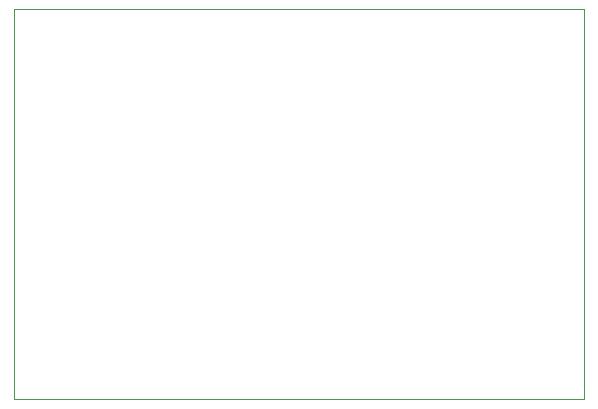
<source format=gko>
G75*
%MOIN*%
%OFA0B0*%
%FSLAX25Y25*%
%IPPOS*%
%LPD*%
%AMOC8*
5,1,8,0,0,1.08239X$1,22.5*
%
%ADD10C,0.00000*%
D10*
X0024439Y0050939D02*
X0024439Y0180939D01*
X0214439Y0180939D01*
X0214439Y0050939D01*
X0024439Y0050939D01*
M02*

</source>
